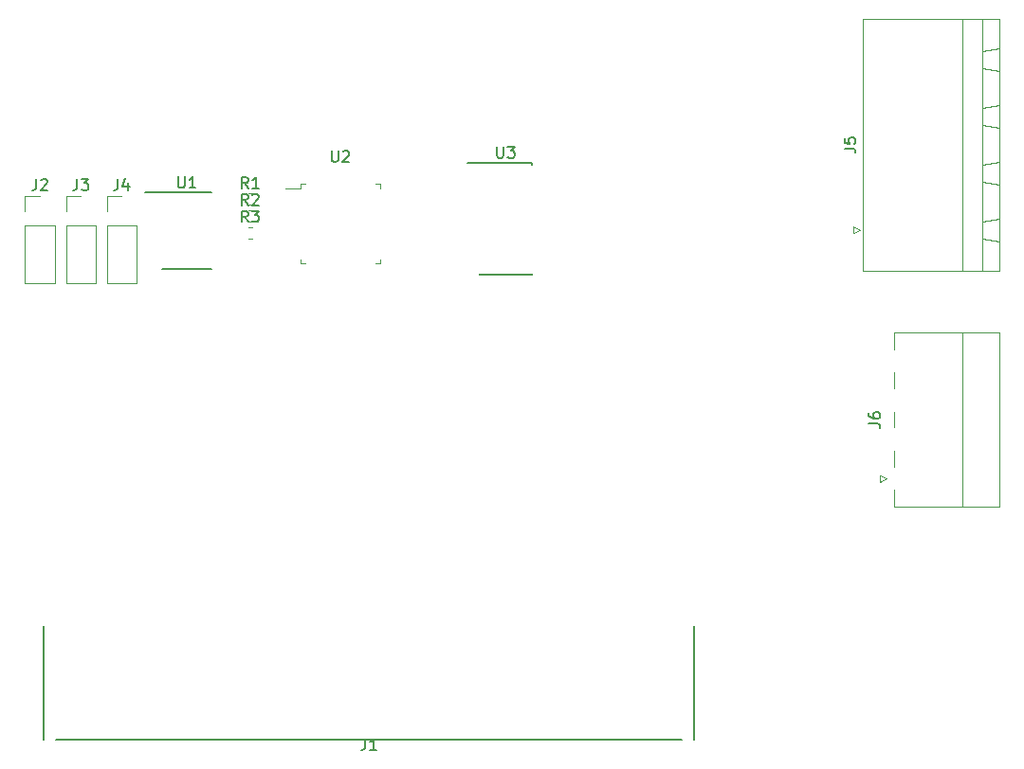
<source format=gbr>
G04 #@! TF.GenerationSoftware,KiCad,Pcbnew,5.0.2-bee76a0~70~ubuntu18.04.1*
G04 #@! TF.CreationDate,2019-10-20T22:12:44-04:00*
G04 #@! TF.ProjectId,Stepper Driver Card,53746570-7065-4722-9044-726976657220,rev?*
G04 #@! TF.SameCoordinates,Original*
G04 #@! TF.FileFunction,Legend,Top*
G04 #@! TF.FilePolarity,Positive*
%FSLAX46Y46*%
G04 Gerber Fmt 4.6, Leading zero omitted, Abs format (unit mm)*
G04 Created by KiCad (PCBNEW 5.0.2-bee76a0~70~ubuntu18.04.1) date Sun 20 Oct 2019 10:12:44 PM EDT*
%MOMM*%
%LPD*%
G01*
G04 APERTURE LIST*
%ADD10C,0.120000*%
%ADD11C,0.150000*%
G04 APERTURE END LIST*
D10*
G04 #@! TO.C,J2*
X103895001Y-73385001D02*
X105225001Y-73385001D01*
X103895001Y-74715001D02*
X103895001Y-73385001D01*
X103895001Y-75985001D02*
X106555001Y-75985001D01*
X106555001Y-75985001D02*
X106555001Y-81125001D01*
X103895001Y-75985001D02*
X103895001Y-81125001D01*
X103895001Y-81125001D02*
X106555001Y-81125001D01*
G04 #@! TO.C,J3*
X107545001Y-73385001D02*
X108875001Y-73385001D01*
X107545001Y-74715001D02*
X107545001Y-73385001D01*
X107545001Y-75985001D02*
X110205001Y-75985001D01*
X110205001Y-75985001D02*
X110205001Y-81125001D01*
X107545001Y-75985001D02*
X107545001Y-81125001D01*
X107545001Y-81125001D02*
X110205001Y-81125001D01*
G04 #@! TO.C,J4*
X111195001Y-73385001D02*
X112525001Y-73385001D01*
X111195001Y-74715001D02*
X111195001Y-73385001D01*
X111195001Y-75985001D02*
X113855001Y-75985001D01*
X113855001Y-75985001D02*
X113855001Y-81125001D01*
X111195001Y-75985001D02*
X111195001Y-81125001D01*
X111195001Y-81125001D02*
X113855001Y-81125001D01*
G04 #@! TO.C,J5*
X177890000Y-76700000D02*
X177890000Y-76100000D01*
X178490000Y-76400000D02*
X177890000Y-76700000D01*
X177890000Y-76100000D02*
X178490000Y-76400000D01*
X189410000Y-61910000D02*
X190910000Y-62160000D01*
X189410000Y-60410000D02*
X189410000Y-61910000D01*
X190910000Y-60160000D02*
X189410000Y-60410000D01*
X190910000Y-62160000D02*
X190910000Y-60160000D01*
X189410000Y-66990000D02*
X190910000Y-67240000D01*
X189410000Y-65490000D02*
X189410000Y-66990000D01*
X190910000Y-65240000D02*
X189410000Y-65490000D01*
X190910000Y-67240000D02*
X190910000Y-65240000D01*
X189410000Y-72070000D02*
X190910000Y-72320000D01*
X189410000Y-70570000D02*
X189410000Y-72070000D01*
X190910000Y-70320000D02*
X189410000Y-70570000D01*
X190910000Y-72320000D02*
X190910000Y-70320000D01*
X189410000Y-77150000D02*
X190910000Y-77400000D01*
X189410000Y-75650000D02*
X189410000Y-77150000D01*
X190910000Y-75400000D02*
X189410000Y-75650000D01*
X190910000Y-77400000D02*
X190910000Y-75400000D01*
X189410000Y-57510000D02*
X189410000Y-80050000D01*
X187610000Y-57510000D02*
X189410000Y-57510000D01*
X187610000Y-80050000D02*
X187610000Y-57510000D01*
X189410000Y-80050000D02*
X187610000Y-80050000D01*
X178690000Y-57510000D02*
X178690000Y-80050000D01*
X190910000Y-57510000D02*
X178690000Y-57510000D01*
X190910000Y-80050000D02*
X190910000Y-57510000D01*
X178690000Y-80050000D02*
X190910000Y-80050000D01*
G04 #@! TO.C,J6*
X180200000Y-98900000D02*
X180200000Y-98300000D01*
X180800000Y-98600000D02*
X180200000Y-98900000D01*
X180200000Y-98300000D02*
X180800000Y-98600000D01*
X187600000Y-101160000D02*
X187600000Y-85540000D01*
X181490000Y-90550000D02*
X181490000Y-89150000D01*
X181490000Y-94050000D02*
X181490000Y-92650000D01*
X181490000Y-97550000D02*
X181490000Y-96150000D01*
X181490000Y-85540000D02*
X181490000Y-87050000D01*
X181490000Y-101160000D02*
X181490000Y-99650000D01*
X190910000Y-85540000D02*
X181490000Y-85540000D01*
X190910000Y-101160000D02*
X190910000Y-85540000D01*
X181490000Y-101160000D02*
X190910000Y-101160000D01*
G04 #@! TO.C,R1*
X123803734Y-74155001D02*
X124146268Y-74155001D01*
X123803734Y-73135001D02*
X124146268Y-73135001D01*
G04 #@! TO.C,R2*
X123803734Y-75665001D02*
X124146268Y-75665001D01*
X123803734Y-74645001D02*
X124146268Y-74645001D01*
G04 #@! TO.C,R3*
X123803734Y-77175001D02*
X124146268Y-77175001D01*
X123803734Y-76155001D02*
X124146268Y-76155001D01*
D11*
G04 #@! TO.C,U1*
X114575001Y-73015001D02*
X120550001Y-73015001D01*
X116100001Y-79915001D02*
X120550001Y-79915001D01*
D10*
G04 #@! TO.C,U2*
X128485001Y-79415001D02*
X128905001Y-79415001D01*
X128485001Y-72295001D02*
X128485001Y-72715001D01*
X128485001Y-72715001D02*
X127105001Y-72715001D01*
X135605001Y-72295001D02*
X135185001Y-72295001D01*
X135605001Y-79415001D02*
X135185001Y-79415001D01*
X128485001Y-72295001D02*
X128905001Y-72295001D01*
X128485001Y-79415001D02*
X128485001Y-78995001D01*
X135605001Y-79415001D02*
X135605001Y-78995001D01*
X135605001Y-72295001D02*
X135605001Y-72715001D01*
D11*
G04 #@! TO.C,J1*
X106680000Y-121920000D02*
X162560000Y-121920000D01*
X163652200Y-111760000D02*
X163652200Y-121920000D01*
X105587800Y-111760000D02*
X105587800Y-121920000D01*
G04 #@! TO.C,U3*
X144475000Y-80375000D02*
X149125000Y-80375000D01*
X143400000Y-70375000D02*
X149125000Y-70375000D01*
X144475000Y-80375000D02*
X144475000Y-80267500D01*
X149125000Y-80375000D02*
X149125000Y-80267500D01*
X149125000Y-70425000D02*
X149125000Y-70532500D01*
G04 #@! TO.C,J2*
X104891667Y-71837381D02*
X104891667Y-72551667D01*
X104844048Y-72694524D01*
X104748810Y-72789762D01*
X104605953Y-72837381D01*
X104510715Y-72837381D01*
X105320239Y-71932620D02*
X105367858Y-71885001D01*
X105463096Y-71837381D01*
X105701191Y-71837381D01*
X105796429Y-71885001D01*
X105844048Y-71932620D01*
X105891667Y-72027858D01*
X105891667Y-72123096D01*
X105844048Y-72265953D01*
X105272620Y-72837381D01*
X105891667Y-72837381D01*
G04 #@! TO.C,J3*
X108541667Y-71837381D02*
X108541667Y-72551667D01*
X108494048Y-72694524D01*
X108398810Y-72789762D01*
X108255953Y-72837381D01*
X108160715Y-72837381D01*
X108922620Y-71837381D02*
X109541667Y-71837381D01*
X109208334Y-72218334D01*
X109351191Y-72218334D01*
X109446429Y-72265953D01*
X109494048Y-72313572D01*
X109541667Y-72408810D01*
X109541667Y-72646905D01*
X109494048Y-72742143D01*
X109446429Y-72789762D01*
X109351191Y-72837381D01*
X109065477Y-72837381D01*
X108970239Y-72789762D01*
X108922620Y-72742143D01*
G04 #@! TO.C,J4*
X112191667Y-71837381D02*
X112191667Y-72551667D01*
X112144048Y-72694524D01*
X112048810Y-72789762D01*
X111905953Y-72837381D01*
X111810715Y-72837381D01*
X113096429Y-72170715D02*
X113096429Y-72837381D01*
X112858334Y-71789762D02*
X112620239Y-72504048D01*
X113239286Y-72504048D01*
G04 #@! TO.C,J5*
X177052380Y-69113333D02*
X177766666Y-69113333D01*
X177909523Y-69160952D01*
X178004761Y-69256190D01*
X178052380Y-69399047D01*
X178052380Y-69494285D01*
X177052380Y-68160952D02*
X177052380Y-68637142D01*
X177528571Y-68684761D01*
X177480952Y-68637142D01*
X177433333Y-68541904D01*
X177433333Y-68303809D01*
X177480952Y-68208571D01*
X177528571Y-68160952D01*
X177623809Y-68113333D01*
X177861904Y-68113333D01*
X177957142Y-68160952D01*
X178004761Y-68208571D01*
X178052380Y-68303809D01*
X178052380Y-68541904D01*
X178004761Y-68637142D01*
X177957142Y-68684761D01*
G04 #@! TO.C,J6*
X179252380Y-93683333D02*
X179966666Y-93683333D01*
X180109523Y-93730952D01*
X180204761Y-93826190D01*
X180252380Y-93969047D01*
X180252380Y-94064285D01*
X179252380Y-92778571D02*
X179252380Y-92969047D01*
X179300000Y-93064285D01*
X179347619Y-93111904D01*
X179490476Y-93207142D01*
X179680952Y-93254761D01*
X180061904Y-93254761D01*
X180157142Y-93207142D01*
X180204761Y-93159523D01*
X180252380Y-93064285D01*
X180252380Y-92873809D01*
X180204761Y-92778571D01*
X180157142Y-92730952D01*
X180061904Y-92683333D01*
X179823809Y-92683333D01*
X179728571Y-92730952D01*
X179680952Y-92778571D01*
X179633333Y-92873809D01*
X179633333Y-93064285D01*
X179680952Y-93159523D01*
X179728571Y-93207142D01*
X179823809Y-93254761D01*
G04 #@! TO.C,R1*
X123808334Y-72667381D02*
X123475001Y-72191191D01*
X123236905Y-72667381D02*
X123236905Y-71667381D01*
X123617858Y-71667381D01*
X123713096Y-71715001D01*
X123760715Y-71762620D01*
X123808334Y-71857858D01*
X123808334Y-72000715D01*
X123760715Y-72095953D01*
X123713096Y-72143572D01*
X123617858Y-72191191D01*
X123236905Y-72191191D01*
X124760715Y-72667381D02*
X124189286Y-72667381D01*
X124475001Y-72667381D02*
X124475001Y-71667381D01*
X124379762Y-71810239D01*
X124284524Y-71905477D01*
X124189286Y-71953096D01*
G04 #@! TO.C,R2*
X123808334Y-74177381D02*
X123475001Y-73701191D01*
X123236905Y-74177381D02*
X123236905Y-73177381D01*
X123617858Y-73177381D01*
X123713096Y-73225001D01*
X123760715Y-73272620D01*
X123808334Y-73367858D01*
X123808334Y-73510715D01*
X123760715Y-73605953D01*
X123713096Y-73653572D01*
X123617858Y-73701191D01*
X123236905Y-73701191D01*
X124189286Y-73272620D02*
X124236905Y-73225001D01*
X124332143Y-73177381D01*
X124570239Y-73177381D01*
X124665477Y-73225001D01*
X124713096Y-73272620D01*
X124760715Y-73367858D01*
X124760715Y-73463096D01*
X124713096Y-73605953D01*
X124141667Y-74177381D01*
X124760715Y-74177381D01*
G04 #@! TO.C,R3*
X123808334Y-75687381D02*
X123475001Y-75211191D01*
X123236905Y-75687381D02*
X123236905Y-74687381D01*
X123617858Y-74687381D01*
X123713096Y-74735001D01*
X123760715Y-74782620D01*
X123808334Y-74877858D01*
X123808334Y-75020715D01*
X123760715Y-75115953D01*
X123713096Y-75163572D01*
X123617858Y-75211191D01*
X123236905Y-75211191D01*
X124141667Y-74687381D02*
X124760715Y-74687381D01*
X124427381Y-75068334D01*
X124570239Y-75068334D01*
X124665477Y-75115953D01*
X124713096Y-75163572D01*
X124760715Y-75258810D01*
X124760715Y-75496905D01*
X124713096Y-75592143D01*
X124665477Y-75639762D01*
X124570239Y-75687381D01*
X124284524Y-75687381D01*
X124189286Y-75639762D01*
X124141667Y-75592143D01*
G04 #@! TO.C,U1*
X117563096Y-71617381D02*
X117563096Y-72426905D01*
X117610715Y-72522143D01*
X117658334Y-72569762D01*
X117753572Y-72617381D01*
X117944048Y-72617381D01*
X118039286Y-72569762D01*
X118086905Y-72522143D01*
X118134524Y-72426905D01*
X118134524Y-71617381D01*
X119134524Y-72617381D02*
X118563096Y-72617381D01*
X118848810Y-72617381D02*
X118848810Y-71617381D01*
X118753572Y-71760239D01*
X118658334Y-71855477D01*
X118563096Y-71903096D01*
G04 #@! TO.C,U2*
X131283096Y-69307381D02*
X131283096Y-70116905D01*
X131330715Y-70212143D01*
X131378334Y-70259762D01*
X131473572Y-70307381D01*
X131664048Y-70307381D01*
X131759286Y-70259762D01*
X131806905Y-70212143D01*
X131854524Y-70116905D01*
X131854524Y-69307381D01*
X132283096Y-69402620D02*
X132330715Y-69355001D01*
X132425953Y-69307381D01*
X132664048Y-69307381D01*
X132759286Y-69355001D01*
X132806905Y-69402620D01*
X132854524Y-69497858D01*
X132854524Y-69593096D01*
X132806905Y-69735953D01*
X132235477Y-70307381D01*
X132854524Y-70307381D01*
G04 #@! TO.C,J1*
X134286666Y-121872380D02*
X134286666Y-122586666D01*
X134239047Y-122729523D01*
X134143809Y-122824761D01*
X134000952Y-122872380D01*
X133905714Y-122872380D01*
X135286666Y-122872380D02*
X134715238Y-122872380D01*
X135000952Y-122872380D02*
X135000952Y-121872380D01*
X134905714Y-122015238D01*
X134810476Y-122110476D01*
X134715238Y-122158095D01*
G04 #@! TO.C,U3*
X146038095Y-68952380D02*
X146038095Y-69761904D01*
X146085714Y-69857142D01*
X146133333Y-69904761D01*
X146228571Y-69952380D01*
X146419047Y-69952380D01*
X146514285Y-69904761D01*
X146561904Y-69857142D01*
X146609523Y-69761904D01*
X146609523Y-68952380D01*
X146990476Y-68952380D02*
X147609523Y-68952380D01*
X147276190Y-69333333D01*
X147419047Y-69333333D01*
X147514285Y-69380952D01*
X147561904Y-69428571D01*
X147609523Y-69523809D01*
X147609523Y-69761904D01*
X147561904Y-69857142D01*
X147514285Y-69904761D01*
X147419047Y-69952380D01*
X147133333Y-69952380D01*
X147038095Y-69904761D01*
X146990476Y-69857142D01*
G04 #@! TD*
M02*

</source>
